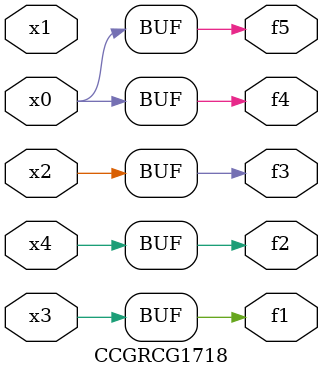
<source format=v>
module CCGRCG1718(
	input x0, x1, x2, x3, x4,
	output f1, f2, f3, f4, f5
);
	assign f1 = x3;
	assign f2 = x4;
	assign f3 = x2;
	assign f4 = x0;
	assign f5 = x0;
endmodule

</source>
